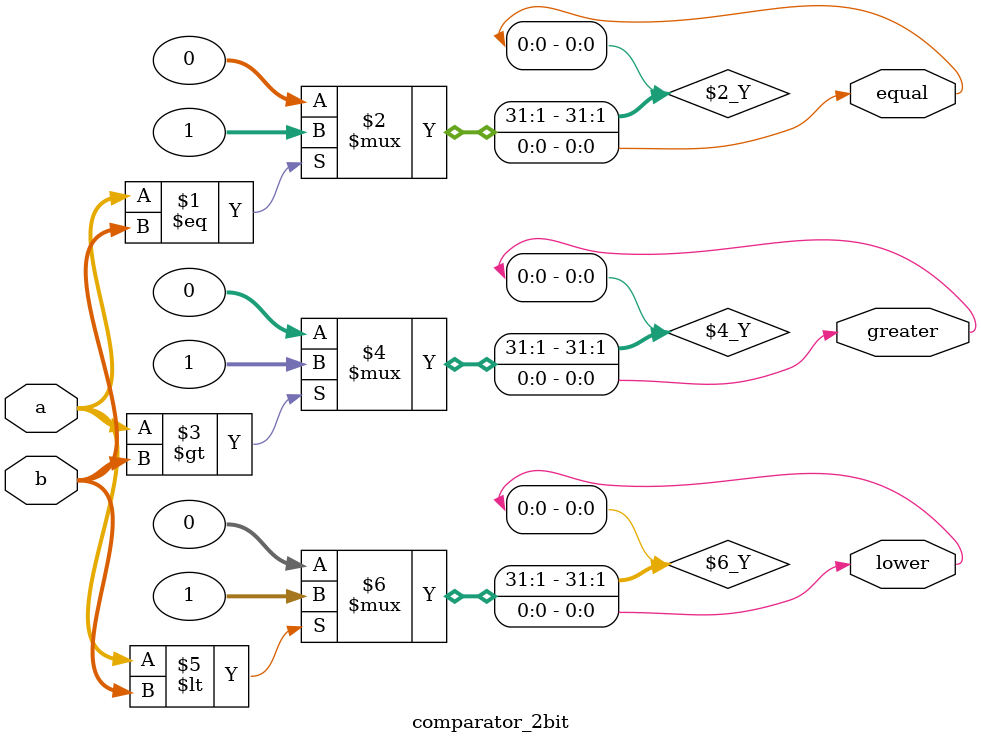
<source format=v>
module comparator_2bit ( a ,b ,equal ,greater ,lower );

output equal ;
output greater ;
output lower ;

input [1:0] a ;
input [1:0] b ;


assign equal = (a==b) ? 1 : 0;
assign greater = (a>b) ? 1 : 0;
assign lower = (a<b) ? 1 : 0;

endmodule

</source>
